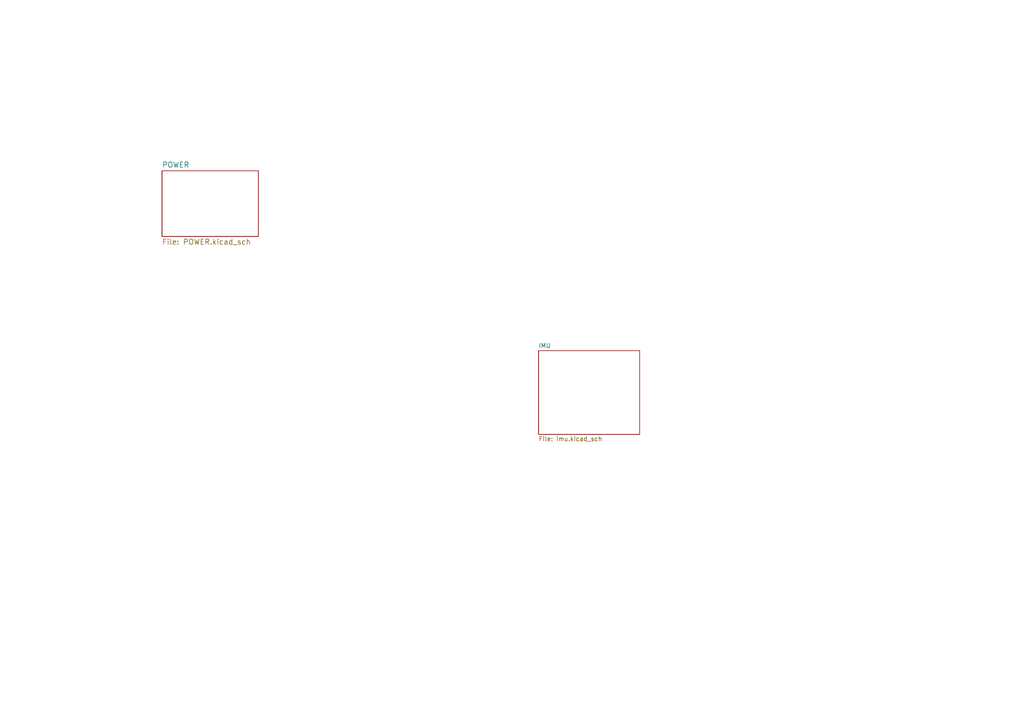
<source format=kicad_sch>
(kicad_sch (version 20211123) (generator eeschema)

  (uuid 986747b3-f774-4e15-9122-a9497f8905e7)

  (paper "A4")

  (title_block
    (title "IMX-RT 1021 in LQFP144 board")
    (date "2018-07-07")
    (rev "0.1")
    (company "CIAA Project")
  )

  (lib_symbols
  )


  (sheet (at 46.99 49.53) (size 27.94 19.05) (fields_autoplaced)
    (stroke (width 0) (type solid) (color 0 0 0 0))
    (fill (color 0 0 0 0.0000))
    (uuid 00000000-0000-0000-0000-00005b320d15)
    (property "Sheet name" "POWER" (id 0) (at 46.99 48.6914 0)
      (effects (font (size 1.524 1.524)) (justify left bottom))
    )
    (property "Sheet file" "POWER.kicad_sch" (id 1) (at 46.99 69.2662 0)
      (effects (font (size 1.524 1.524)) (justify left top))
    )
  )

  (sheet (at 156.21 101.727) (size 29.337 24.257) (fields_autoplaced)
    (stroke (width 0.1524) (type solid) (color 0 0 0 0))
    (fill (color 0 0 0 0.0000))
    (uuid c9002ae1-1faf-4abf-9570-2701aa6a28bd)
    (property "Sheet name" "IMU" (id 0) (at 156.21 101.0154 0)
      (effects (font (size 1.27 1.27)) (justify left bottom))
    )
    (property "Sheet file" "imu.kicad_sch" (id 1) (at 156.21 126.5686 0)
      (effects (font (size 1.27 1.27)) (justify left top))
    )
  )

  (sheet_instances
    (path "/" (page "1"))
    (path "/00000000-0000-0000-0000-00005b320d15" (page "2"))
    (path "/c9002ae1-1faf-4abf-9570-2701aa6a28bd" (page "6"))
  )

  (symbol_instances
    (path "/c9002ae1-1faf-4abf-9570-2701aa6a28bd/fb11f72d-7b57-468a-84bf-72d6c35e43c7"
      (reference "#FLG0101") (unit 1) (value "PWR_FLAG") (footprint "")
    )
    (path "/c9002ae1-1faf-4abf-9570-2701aa6a28bd/e4eae147-8722-4a33-bd6e-d8a513fdb261"
      (reference "#FLG0102") (unit 1) (value "PWR_FLAG") (footprint "")
    )
    (path "/00000000-0000-0000-0000-00005b320d15/492c3cb7-9313-45ed-a5a1-bf2fbb5c592f"
      (reference "#FLG0103") (unit 1) (value "PWR_FLAG") (footprint "")
    )
    (path "/00000000-0000-0000-0000-00005b320d15/00000000-0000-0000-0000-00005b342a21"
      (reference "#PWR023") (unit 1) (value "+5V") (footprint "")
    )
    (path "/00000000-0000-0000-0000-00005b320d15/00000000-0000-0000-0000-00005b342a8b"
      (reference "#PWR024") (unit 1) (value "+3.3V") (footprint "")
    )
    (path "/00000000-0000-0000-0000-00005b320d15/00000000-0000-0000-0000-00005b342c6e"
      (reference "#PWR025") (unit 1) (value "GND") (footprint "")
    )
    (path "/00000000-0000-0000-0000-00005b320d15/00000000-0000-0000-0000-00005b6b04ca"
      (reference "#PWR035") (unit 1) (value "+3.3V") (footprint "")
    )
    (path "/00000000-0000-0000-0000-00005b320d15/00000000-0000-0000-0000-00005b97e9fc"
      (reference "#PWR092") (unit 1) (value "GND") (footprint "")
    )
    (path "/c9002ae1-1faf-4abf-9570-2701aa6a28bd/3ffeda55-2abf-498f-a46b-9b64a89036d7"
      (reference "#PWR0101") (unit 1) (value "+5V") (footprint "")
    )
    (path "/c9002ae1-1faf-4abf-9570-2701aa6a28bd/ceb2fb87-7b02-4b27-b9cf-ee01695f3265"
      (reference "#PWR0102") (unit 1) (value "GND") (footprint "")
    )
    (path "/c9002ae1-1faf-4abf-9570-2701aa6a28bd/203f4cd5-627e-454a-ba95-9ac2c0b27c84"
      (reference "#PWR0501") (unit 1) (value "GND") (footprint "")
    )
    (path "/c9002ae1-1faf-4abf-9570-2701aa6a28bd/9da07b9a-4215-4542-ae14-d6b424f17ecb"
      (reference "#PWR0502") (unit 1) (value "+3.3V") (footprint "")
    )
    (path "/c9002ae1-1faf-4abf-9570-2701aa6a28bd/65b5da4c-a1f8-45a5-9031-ccce9cb97237"
      (reference "#PWR0503") (unit 1) (value "+3.3V") (footprint "")
    )
    (path "/c9002ae1-1faf-4abf-9570-2701aa6a28bd/43a972a0-d239-422b-8f87-b3a8bf499e2b"
      (reference "#PWR0504") (unit 1) (value "GND") (footprint "")
    )
    (path "/c9002ae1-1faf-4abf-9570-2701aa6a28bd/16dc72b0-0775-4ff9-b337-c5e36713d8f8"
      (reference "#PWR0505") (unit 1) (value "GND") (footprint "")
    )
    (path "/c9002ae1-1faf-4abf-9570-2701aa6a28bd/e63bed55-7124-4b1b-9d6e-9e63f3448bec"
      (reference "#PWR0506") (unit 1) (value "GND") (footprint "")
    )
    (path "/c9002ae1-1faf-4abf-9570-2701aa6a28bd/705fe828-3df7-4887-b1b6-0abd4ee7a06a"
      (reference "#PWR0507") (unit 1) (value "GND") (footprint "")
    )
    (path "/00000000-0000-0000-0000-00005b320d15/00000000-0000-0000-0000-00005b9557d6"
      (reference "C58") (unit 1) (value "1u") (footprint "Capacitor_SMD:C_0402_1005Metric")
    )
    (path "/00000000-0000-0000-0000-00005b320d15/00000000-0000-0000-0000-00005b341f01"
      (reference "C59") (unit 1) (value "2.2u") (footprint "Capacitor_SMD:C_0402_1005Metric")
    )
    (path "/00000000-0000-0000-0000-00005b320d15/00000000-0000-0000-0000-00005b342236"
      (reference "C60") (unit 1) (value "1u") (footprint "Capacitor_SMD:C_0402_1005Metric")
    )
    (path "/c9002ae1-1faf-4abf-9570-2701aa6a28bd/dd9cce58-66c7-41b9-ab80-9c206c889e91"
      (reference "C501") (unit 1) (value "0u1") (footprint "Capacitor_SMD:C_0402_1005Metric")
    )
    (path "/c9002ae1-1faf-4abf-9570-2701aa6a28bd/6b306945-be7a-43d0-b286-57985497487d"
      (reference "C502") (unit 1) (value "0u1") (footprint "Capacitor_SMD:C_0402_1005Metric")
    )
    (path "/00000000-0000-0000-0000-00005b320d15/c48a8d2c-dc20-405a-9ae5-e001707f4071"
      (reference "D1") (unit 1) (value "LED") (footprint "LED_SMD:LED_0402_1005Metric")
    )
    (path "/00000000-0000-0000-0000-00005b320d15/940331c5-54b1-4212-b6b8-679a661d1f1d"
      (reference "FB1") (unit 1) (value "120R") (footprint "1024 Library:BLM18AG102BH1D")
    )
    (path "/00000000-0000-0000-0000-00005b320d15/877c8f6f-211c-4b20-abf7-643f325efd4f"
      (reference "FID1") (unit 1) (value "Fiducial") (footprint "Fiducial:Fiducial_0.75mm_Mask1.5mm")
    )
    (path "/00000000-0000-0000-0000-00005b320d15/afc3e6ff-cc67-4f98-a307-d9d660e5e8a9"
      (reference "FID2") (unit 1) (value "Fiducial") (footprint "Fiducial:Fiducial_0.75mm_Mask1.5mm")
    )
    (path "/c9002ae1-1faf-4abf-9570-2701aa6a28bd/6e387ad7-f0b2-4a5e-9f77-2132073f4784"
      (reference "J1") (unit 1) (value "Conn_01x08_Male") (footprint "Connector_PinHeader_2.54mm:PinHeader_1x08_P2.54mm_Vertical")
    )
    (path "/00000000-0000-0000-0000-00005b320d15/00000000-0000-0000-0000-00005b6b0275"
      (reference "R23") (unit 1) (value "220R") (footprint "Resistor_SMD:R_0402_1005Metric")
    )
    (path "/00000000-0000-0000-0000-00005b320d15/8c7ae4c4-7906-4cf7-8ad0-9c236aa999fa"
      (reference "TP1") (unit 1) (value "TestPoint") (footprint "TestPoint:TestPoint_Pad_D1.0mm")
    )
    (path "/00000000-0000-0000-0000-00005b320d15/c44220eb-bee2-4d76-a183-d2af9c225823"
      (reference "U1") (unit 1) (value "MIC5219-3.3YM5-TR") (footprint "1024 Library:SOT95P280X145-5N")
    )
    (path "/c9002ae1-1faf-4abf-9570-2701aa6a28bd/d49bde40-c2eb-4c8b-86ba-5da8d0a29ee9"
      (reference "U2") (unit 1) (value "LSM6DSV16XTR") (footprint "1024 Library:LGA-14_1")
    )
  )
)

</source>
